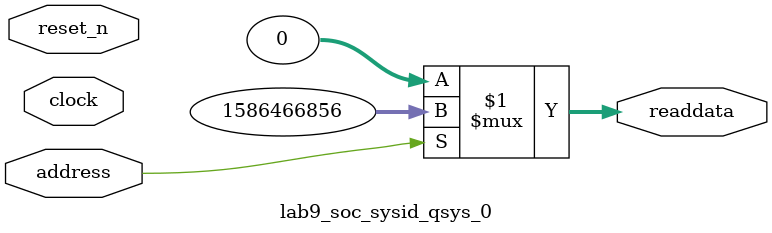
<source format=v>



// synthesis translate_off
`timescale 1ns / 1ps
// synthesis translate_on

// turn off superfluous verilog processor warnings 
// altera message_level Level1 
// altera message_off 10034 10035 10036 10037 10230 10240 10030 

module lab9_soc_sysid_qsys_0 (
               // inputs:
                address,
                clock,
                reset_n,

               // outputs:
                readdata
             )
;

  output  [ 31: 0] readdata;
  input            address;
  input            clock;
  input            reset_n;

  wire    [ 31: 0] readdata;
  //control_slave, which is an e_avalon_slave
  assign readdata = address ? 1586466856 : 0;

endmodule



</source>
